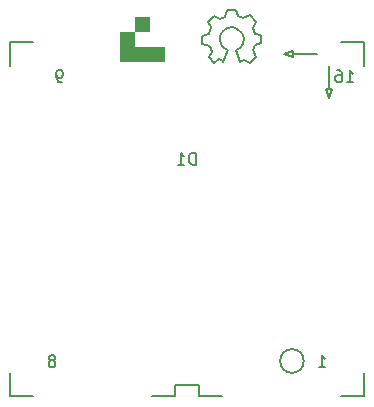
<source format=gbo>
G04 #@! TF.FileFunction,Legend,Bot*
%FSLAX46Y46*%
G04 Gerber Fmt 4.6, Leading zero omitted, Abs format (unit mm)*
G04 Created by KiCad (PCBNEW 4.0.2+e4-6225~38~ubuntu14.04.1-stable) date Seg 01 Ago 2016 19:20:02 BRT*
%MOMM*%
G01*
G04 APERTURE LIST*
%ADD10C,0.100000*%
%ADD11C,0.150000*%
G04 APERTURE END LIST*
D10*
D11*
X183150000Y-116600000D02*
X181150000Y-116600000D01*
X185150000Y-116600000D02*
X187150000Y-116600000D01*
X169150000Y-86600000D02*
X169150000Y-88600000D01*
X171150000Y-86600000D02*
X169150000Y-86600000D01*
X169150000Y-116600000D02*
X171150000Y-116600000D01*
X169150000Y-114600000D02*
X169150000Y-116600000D01*
X199150000Y-86600000D02*
X197150000Y-86600000D01*
X199150000Y-88600000D02*
X199150000Y-86600000D01*
X199150000Y-116600000D02*
X199150000Y-114600000D01*
X197150000Y-116600000D02*
X199150000Y-116600000D01*
X193150000Y-87850000D02*
X193150000Y-87350000D01*
X193150000Y-87350000D02*
X192400000Y-87600000D01*
X192400000Y-87600000D02*
X193150000Y-87850000D01*
X195900000Y-90600000D02*
X196400000Y-90600000D01*
X196400000Y-90600000D02*
X196150000Y-91350000D01*
X196150000Y-91350000D02*
X195900000Y-90600000D01*
X195150000Y-87600000D02*
X193150000Y-87600000D01*
X196150000Y-88600000D02*
X196150000Y-90600000D01*
X194040000Y-113600000D02*
G75*
G03X194040000Y-113600000I-1000000J0D01*
G01*
X185150000Y-116600000D02*
X185150000Y-115600000D01*
X185150000Y-115600000D02*
X183150000Y-115600000D01*
X183150000Y-115600000D02*
X183150000Y-116600000D01*
X189740540Y-87289640D02*
X189999620Y-87850980D01*
X189999620Y-87850980D02*
X189461140Y-88369140D01*
X189461140Y-88369140D02*
X188940440Y-88099900D01*
X188940440Y-88099900D02*
X188661040Y-88259920D01*
X187220860Y-88239600D02*
X186890660Y-88049100D01*
X186890660Y-88049100D02*
X186451240Y-88379300D01*
X186451240Y-88379300D02*
X185978800Y-87889080D01*
X185978800Y-87889080D02*
X186260740Y-87409020D01*
X186260740Y-87409020D02*
X186070240Y-86939120D01*
X186070240Y-86939120D02*
X185460640Y-86751160D01*
X185460640Y-86751160D02*
X185460640Y-86070440D01*
X185460640Y-86070440D02*
X186019440Y-85930740D01*
X186019440Y-85930740D02*
X186220100Y-85359240D01*
X186220100Y-85359240D02*
X185950860Y-84889340D01*
X185950860Y-84889340D02*
X186420760Y-84378800D01*
X186420760Y-84378800D02*
X186938920Y-84640420D01*
X186938920Y-84640420D02*
X187408820Y-84439760D01*
X187408820Y-84439760D02*
X187579000Y-83898740D01*
X187579000Y-83898740D02*
X188269880Y-83880960D01*
X188269880Y-83880960D02*
X188480700Y-84429600D01*
X188480700Y-84429600D02*
X188899800Y-84599780D01*
X188899800Y-84599780D02*
X189450980Y-84330540D01*
X189450980Y-84330540D02*
X189969140Y-84858860D01*
X189969140Y-84858860D02*
X189720220Y-85399880D01*
X189720220Y-85399880D02*
X189890400Y-85879940D01*
X189890400Y-85879940D02*
X190439040Y-85979000D01*
X190439040Y-85979000D02*
X190449200Y-86680040D01*
X190449200Y-86680040D02*
X189890400Y-86880700D01*
X189890400Y-86880700D02*
X189750700Y-87279480D01*
X187609480Y-87259160D02*
X187309760Y-87109300D01*
X187309760Y-87109300D02*
X187109100Y-86911180D01*
X187109100Y-86911180D02*
X186959240Y-86509860D01*
X186959240Y-86509860D02*
X186959240Y-86111080D01*
X186959240Y-86111080D02*
X187109100Y-85760560D01*
X187109100Y-85760560D02*
X187561220Y-85410040D01*
X187561220Y-85410040D02*
X188010800Y-85359240D01*
X188010800Y-85359240D02*
X188409580Y-85460840D01*
X188409580Y-85460840D02*
X188810900Y-85808820D01*
X188810900Y-85808820D02*
X188960760Y-86260940D01*
X188960760Y-86260940D02*
X188909960Y-86758780D01*
X188909960Y-86758780D02*
X188661040Y-87061040D01*
X188661040Y-87061040D02*
X188310520Y-87259160D01*
X188310520Y-87259160D02*
X188661040Y-88259920D01*
X187609480Y-87259160D02*
X187210700Y-88259920D01*
X184888095Y-96972381D02*
X184888095Y-95972381D01*
X184650000Y-95972381D01*
X184507142Y-96020000D01*
X184411904Y-96115238D01*
X184364285Y-96210476D01*
X184316666Y-96400952D01*
X184316666Y-96543810D01*
X184364285Y-96734286D01*
X184411904Y-96829524D01*
X184507142Y-96924762D01*
X184650000Y-96972381D01*
X184888095Y-96972381D01*
X183364285Y-96972381D02*
X183935714Y-96972381D01*
X183650000Y-96972381D02*
X183650000Y-95972381D01*
X183745238Y-96115238D01*
X183840476Y-96210476D01*
X183935714Y-96258095D01*
X197675476Y-89987381D02*
X198246905Y-89987381D01*
X197961191Y-89987381D02*
X197961191Y-88987381D01*
X198056429Y-89130238D01*
X198151667Y-89225476D01*
X198246905Y-89273095D01*
X196818333Y-88987381D02*
X197008810Y-88987381D01*
X197104048Y-89035000D01*
X197151667Y-89082619D01*
X197246905Y-89225476D01*
X197294524Y-89415952D01*
X197294524Y-89796905D01*
X197246905Y-89892143D01*
X197199286Y-89939762D01*
X197104048Y-89987381D01*
X196913571Y-89987381D01*
X196818333Y-89939762D01*
X196770714Y-89892143D01*
X196723095Y-89796905D01*
X196723095Y-89558810D01*
X196770714Y-89463571D01*
X196818333Y-89415952D01*
X196913571Y-89368333D01*
X197104048Y-89368333D01*
X197199286Y-89415952D01*
X197246905Y-89463571D01*
X197294524Y-89558810D01*
X173545476Y-89987381D02*
X173355000Y-89987381D01*
X173259761Y-89939762D01*
X173212142Y-89892143D01*
X173116904Y-89749286D01*
X173069285Y-89558810D01*
X173069285Y-89177857D01*
X173116904Y-89082619D01*
X173164523Y-89035000D01*
X173259761Y-88987381D01*
X173450238Y-88987381D01*
X173545476Y-89035000D01*
X173593095Y-89082619D01*
X173640714Y-89177857D01*
X173640714Y-89415952D01*
X173593095Y-89511190D01*
X173545476Y-89558810D01*
X173450238Y-89606429D01*
X173259761Y-89606429D01*
X173164523Y-89558810D01*
X173116904Y-89511190D01*
X173069285Y-89415952D01*
X172815238Y-113545952D02*
X172910476Y-113498333D01*
X172958095Y-113450714D01*
X173005714Y-113355476D01*
X173005714Y-113307857D01*
X172958095Y-113212619D01*
X172910476Y-113165000D01*
X172815238Y-113117381D01*
X172624761Y-113117381D01*
X172529523Y-113165000D01*
X172481904Y-113212619D01*
X172434285Y-113307857D01*
X172434285Y-113355476D01*
X172481904Y-113450714D01*
X172529523Y-113498333D01*
X172624761Y-113545952D01*
X172815238Y-113545952D01*
X172910476Y-113593571D01*
X172958095Y-113641190D01*
X173005714Y-113736429D01*
X173005714Y-113926905D01*
X172958095Y-114022143D01*
X172910476Y-114069762D01*
X172815238Y-114117381D01*
X172624761Y-114117381D01*
X172529523Y-114069762D01*
X172481904Y-114022143D01*
X172434285Y-113926905D01*
X172434285Y-113736429D01*
X172481904Y-113641190D01*
X172529523Y-113593571D01*
X172624761Y-113545952D01*
X195294285Y-114117381D02*
X195865714Y-114117381D01*
X195580000Y-114117381D02*
X195580000Y-113117381D01*
X195675238Y-113260238D01*
X195770476Y-113355476D01*
X195865714Y-113403095D01*
D10*
G36*
X179655000Y-86995000D02*
X179658939Y-87014453D01*
X179670136Y-87030840D01*
X179686827Y-87041581D01*
X179705000Y-87045000D01*
X182195000Y-87045000D01*
X182195000Y-88215000D01*
X178485000Y-88215000D01*
X178485000Y-85775000D01*
X179655000Y-85775000D01*
X179655000Y-86995000D01*
X179655000Y-86995000D01*
G37*
X179655000Y-86995000D02*
X179658939Y-87014453D01*
X179670136Y-87030840D01*
X179686827Y-87041581D01*
X179705000Y-87045000D01*
X182195000Y-87045000D01*
X182195000Y-88215000D01*
X178485000Y-88215000D01*
X178485000Y-85775000D01*
X179655000Y-85775000D01*
X179655000Y-86995000D01*
G36*
X180925000Y-85675000D02*
X179755000Y-85675000D01*
X179755000Y-84505000D01*
X180925000Y-84505000D01*
X180925000Y-85675000D01*
X180925000Y-85675000D01*
G37*
X180925000Y-85675000D02*
X179755000Y-85675000D01*
X179755000Y-84505000D01*
X180925000Y-84505000D01*
X180925000Y-85675000D01*
M02*

</source>
